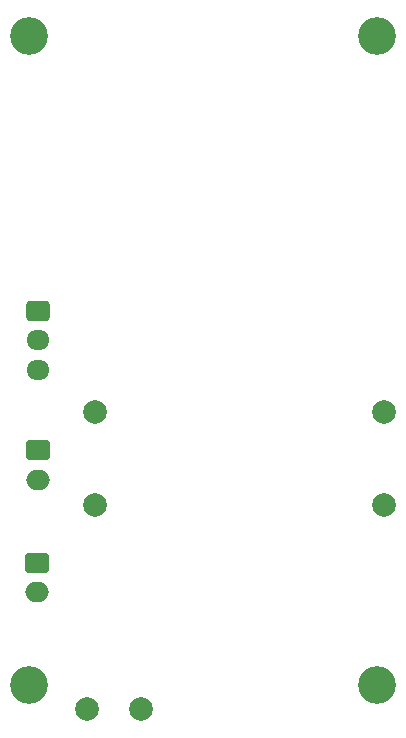
<source format=gbr>
%TF.GenerationSoftware,KiCad,Pcbnew,9.0.2*%
%TF.CreationDate,2025-06-10T20:07:43+02:00*%
%TF.ProjectId,PEH Sensor,50454820-5365-46e7-936f-722e6b696361,rev?*%
%TF.SameCoordinates,Original*%
%TF.FileFunction,Soldermask,Bot*%
%TF.FilePolarity,Negative*%
%FSLAX46Y46*%
G04 Gerber Fmt 4.6, Leading zero omitted, Abs format (unit mm)*
G04 Created by KiCad (PCBNEW 9.0.2) date 2025-06-10 20:07:43*
%MOMM*%
%LPD*%
G01*
G04 APERTURE LIST*
G04 Aperture macros list*
%AMRoundRect*
0 Rectangle with rounded corners*
0 $1 Rounding radius*
0 $2 $3 $4 $5 $6 $7 $8 $9 X,Y pos of 4 corners*
0 Add a 4 corners polygon primitive as box body*
4,1,4,$2,$3,$4,$5,$6,$7,$8,$9,$2,$3,0*
0 Add four circle primitives for the rounded corners*
1,1,$1+$1,$2,$3*
1,1,$1+$1,$4,$5*
1,1,$1+$1,$6,$7*
1,1,$1+$1,$8,$9*
0 Add four rect primitives between the rounded corners*
20,1,$1+$1,$2,$3,$4,$5,0*
20,1,$1+$1,$4,$5,$6,$7,0*
20,1,$1+$1,$6,$7,$8,$9,0*
20,1,$1+$1,$8,$9,$2,$3,0*%
G04 Aperture macros list end*
%ADD10C,2.000000*%
%ADD11C,3.200000*%
%ADD12RoundRect,0.250000X-0.750000X0.600000X-0.750000X-0.600000X0.750000X-0.600000X0.750000X0.600000X0*%
%ADD13O,2.000000X1.700000*%
%ADD14RoundRect,0.250000X-0.725000X0.600000X-0.725000X-0.600000X0.725000X-0.600000X0.725000X0.600000X0*%
%ADD15O,1.950000X1.700000*%
G04 APERTURE END LIST*
D10*
%TO.C,TP1*%
X136652000Y-120142000D03*
%TD*%
D11*
%TO.C,H4*%
X161200000Y-118178000D03*
%TD*%
D10*
%TO.C,TP4*%
X137287000Y-102870000D03*
%TD*%
D11*
%TO.C,H1*%
X161200000Y-63200000D03*
%TD*%
D10*
%TO.C,TP6*%
X161798000Y-102870000D03*
%TD*%
D12*
%TO.C,BT1*%
X132461000Y-98245500D03*
D13*
X132461000Y-100745500D03*
%TD*%
D10*
%TO.C,TP2*%
X141224000Y-120142000D03*
%TD*%
%TO.C,TP3*%
X161798000Y-94996000D03*
%TD*%
D11*
%TO.C,H2*%
X131681000Y-63200000D03*
%TD*%
D10*
%TO.C,TP5*%
X137287000Y-94996000D03*
%TD*%
D11*
%TO.C,H3*%
X131681000Y-118178000D03*
%TD*%
D12*
%TO.C,V1*%
X132435600Y-107797600D03*
D13*
X132435600Y-110297600D03*
%TD*%
D14*
%TO.C,J1*%
X132461000Y-86439500D03*
D15*
X132461000Y-88939500D03*
X132461000Y-91439500D03*
%TD*%
M02*

</source>
